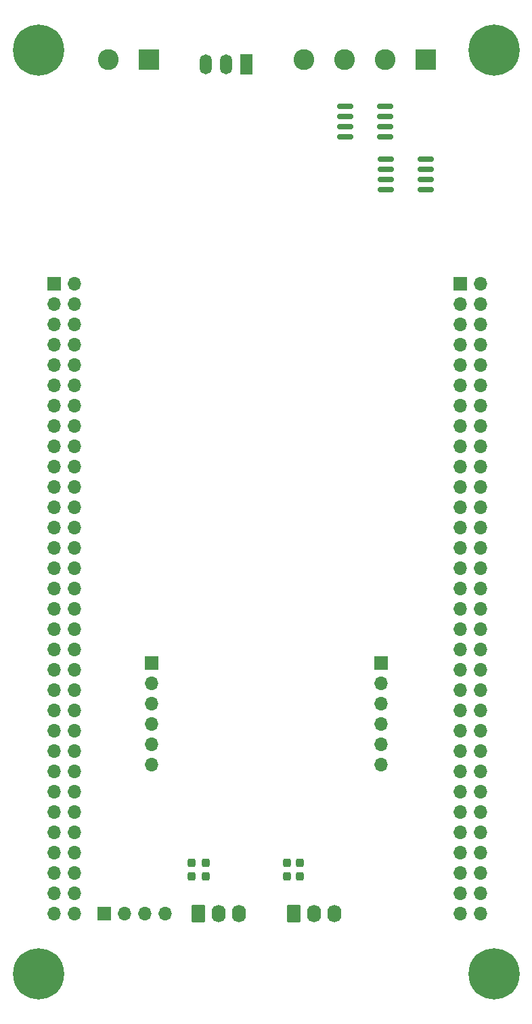
<source format=gbs>
G04 #@! TF.GenerationSoftware,KiCad,Pcbnew,(6.0.5)*
G04 #@! TF.CreationDate,2022-05-13T08:12:08+02:00*
G04 #@! TF.ProjectId,MEV_board,4d45565f-626f-4617-9264-2e6b69636164,rev?*
G04 #@! TF.SameCoordinates,Original*
G04 #@! TF.FileFunction,Soldermask,Bot*
G04 #@! TF.FilePolarity,Negative*
%FSLAX46Y46*%
G04 Gerber Fmt 4.6, Leading zero omitted, Abs format (unit mm)*
G04 Created by KiCad (PCBNEW (6.0.5)) date 2022-05-13 08:12:08*
%MOMM*%
%LPD*%
G01*
G04 APERTURE LIST*
G04 Aperture macros list*
%AMRoundRect*
0 Rectangle with rounded corners*
0 $1 Rounding radius*
0 $2 $3 $4 $5 $6 $7 $8 $9 X,Y pos of 4 corners*
0 Add a 4 corners polygon primitive as box body*
4,1,4,$2,$3,$4,$5,$6,$7,$8,$9,$2,$3,0*
0 Add four circle primitives for the rounded corners*
1,1,$1+$1,$2,$3*
1,1,$1+$1,$4,$5*
1,1,$1+$1,$6,$7*
1,1,$1+$1,$8,$9*
0 Add four rect primitives between the rounded corners*
20,1,$1+$1,$2,$3,$4,$5,0*
20,1,$1+$1,$4,$5,$6,$7,0*
20,1,$1+$1,$6,$7,$8,$9,0*
20,1,$1+$1,$8,$9,$2,$3,0*%
G04 Aperture macros list end*
%ADD10R,1.700000X1.700000*%
%ADD11O,1.700000X1.700000*%
%ADD12C,3.600000*%
%ADD13C,6.400000*%
%ADD14R,2.600000X2.600000*%
%ADD15C,2.600000*%
%ADD16RoundRect,0.150000X-0.825000X-0.150000X0.825000X-0.150000X0.825000X0.150000X-0.825000X0.150000X0*%
%ADD17R,1.500000X2.500000*%
%ADD18O,1.500000X2.500000*%
%ADD19RoundRect,0.237500X-0.237500X0.300000X-0.237500X-0.300000X0.237500X-0.300000X0.237500X0.300000X0*%
%ADD20RoundRect,0.237500X0.237500X-0.300000X0.237500X0.300000X-0.237500X0.300000X-0.237500X-0.300000X0*%
%ADD21RoundRect,0.250000X-0.620000X-0.845000X0.620000X-0.845000X0.620000X0.845000X-0.620000X0.845000X0*%
%ADD22O,1.740000X2.190000*%
G04 APERTURE END LIST*
D10*
X99990000Y-75220000D03*
D11*
X102530000Y-75220000D03*
X99990000Y-77760000D03*
X102530000Y-77760000D03*
X99990000Y-80300000D03*
X102530000Y-80300000D03*
X99990000Y-82840000D03*
X102530000Y-82840000D03*
X99990000Y-85380000D03*
X102530000Y-85380000D03*
X99990000Y-87920000D03*
X102530000Y-87920000D03*
X99990000Y-90460000D03*
X102530000Y-90460000D03*
X99990000Y-93000000D03*
X102530000Y-93000000D03*
X99990000Y-95540000D03*
X102530000Y-95540000D03*
X99990000Y-98080000D03*
X102530000Y-98080000D03*
X99990000Y-100620000D03*
X102530000Y-100620000D03*
X99990000Y-103160000D03*
X102530000Y-103160000D03*
X99990000Y-105700000D03*
X102530000Y-105700000D03*
X99990000Y-108240000D03*
X102530000Y-108240000D03*
X99990000Y-110780000D03*
X102530000Y-110780000D03*
X99990000Y-113320000D03*
X102530000Y-113320000D03*
X99990000Y-115860000D03*
X102530000Y-115860000D03*
X99990000Y-118400000D03*
X102530000Y-118400000D03*
X99990000Y-120940000D03*
X102530000Y-120940000D03*
X99990000Y-123480000D03*
X102530000Y-123480000D03*
X99990000Y-126020000D03*
X102530000Y-126020000D03*
X99990000Y-128560000D03*
X102530000Y-128560000D03*
X99990000Y-131100000D03*
X102530000Y-131100000D03*
X99990000Y-133640000D03*
X102530000Y-133640000D03*
X99990000Y-136180000D03*
X102530000Y-136180000D03*
X99990000Y-138720000D03*
X102530000Y-138720000D03*
X99990000Y-141260000D03*
X102530000Y-141260000D03*
X99990000Y-143800000D03*
X102530000Y-143800000D03*
X99990000Y-146340000D03*
X102530000Y-146340000D03*
X99990000Y-148880000D03*
X102530000Y-148880000D03*
X99990000Y-151420000D03*
X102530000Y-151420000D03*
X99990000Y-153960000D03*
X102530000Y-153960000D03*
D10*
X150800000Y-75220000D03*
D11*
X153340000Y-75220000D03*
X150800000Y-77760000D03*
X153340000Y-77760000D03*
X150800000Y-80300000D03*
X153340000Y-80300000D03*
X150800000Y-82840000D03*
X153340000Y-82840000D03*
X150800000Y-85380000D03*
X153340000Y-85380000D03*
X150800000Y-87920000D03*
X153340000Y-87920000D03*
X150800000Y-90460000D03*
X153340000Y-90460000D03*
X150800000Y-93000000D03*
X153340000Y-93000000D03*
X150800000Y-95540000D03*
X153340000Y-95540000D03*
X150800000Y-98080000D03*
X153340000Y-98080000D03*
X150800000Y-100620000D03*
X153340000Y-100620000D03*
X150800000Y-103160000D03*
X153340000Y-103160000D03*
X150800000Y-105700000D03*
X153340000Y-105700000D03*
X150800000Y-108240000D03*
X153340000Y-108240000D03*
X150800000Y-110780000D03*
X153340000Y-110780000D03*
X150800000Y-113320000D03*
X153340000Y-113320000D03*
X150800000Y-115860000D03*
X153340000Y-115860000D03*
X150800000Y-118400000D03*
X153340000Y-118400000D03*
X150800000Y-120940000D03*
X153340000Y-120940000D03*
X150800000Y-123480000D03*
X153340000Y-123480000D03*
X150800000Y-126020000D03*
X153340000Y-126020000D03*
X150800000Y-128560000D03*
X153340000Y-128560000D03*
X150800000Y-131100000D03*
X153340000Y-131100000D03*
X150800000Y-133640000D03*
X153340000Y-133640000D03*
X150800000Y-136180000D03*
X153340000Y-136180000D03*
X150800000Y-138720000D03*
X153340000Y-138720000D03*
X150800000Y-141260000D03*
X153340000Y-141260000D03*
X150800000Y-143800000D03*
X153340000Y-143800000D03*
X150800000Y-146340000D03*
X153340000Y-146340000D03*
X150800000Y-148880000D03*
X153340000Y-148880000D03*
X150800000Y-151420000D03*
X153340000Y-151420000D03*
X150800000Y-153960000D03*
X153340000Y-153960000D03*
D12*
X155000000Y-46000000D03*
D13*
X155000000Y-46000000D03*
D12*
X98000000Y-46000000D03*
D13*
X98000000Y-46000000D03*
X155000000Y-161500000D03*
D12*
X155000000Y-161500000D03*
X98000000Y-161500000D03*
D13*
X98000000Y-161500000D03*
D14*
X111823500Y-47200000D03*
D15*
X106743500Y-47200000D03*
D16*
X136406500Y-56807100D03*
X136406500Y-55537100D03*
X136406500Y-54267100D03*
X136406500Y-52997100D03*
X141356500Y-52997100D03*
X141356500Y-54267100D03*
X141356500Y-55537100D03*
X141356500Y-56807100D03*
X141486500Y-63461900D03*
X141486500Y-62191900D03*
X141486500Y-60921900D03*
X141486500Y-59651900D03*
X146436500Y-59651900D03*
X146436500Y-60921900D03*
X146436500Y-62191900D03*
X146436500Y-63461900D03*
D17*
X124000000Y-47800000D03*
D18*
X121460000Y-47800000D03*
X118920000Y-47800000D03*
D10*
X106222798Y-153974800D03*
D11*
X108762798Y-153974800D03*
X111302798Y-153974800D03*
X113842798Y-153974800D03*
D14*
X146500000Y-47200000D03*
D15*
X141420000Y-47200000D03*
X136340000Y-47200000D03*
X131260000Y-47200000D03*
D10*
X140906500Y-122618500D03*
D11*
X140906500Y-125158500D03*
X140906500Y-127698500D03*
X140906500Y-130238500D03*
X140906500Y-132778500D03*
X140906500Y-135318500D03*
D19*
X118941500Y-147600500D03*
X118941500Y-149325500D03*
X129135000Y-147600500D03*
X129135000Y-149325500D03*
D20*
X130746500Y-149325500D03*
X130746500Y-147600500D03*
D21*
X118046500Y-153974800D03*
D22*
X120586500Y-153974800D03*
X123126500Y-153974800D03*
D10*
X112204500Y-122618500D03*
D11*
X112204500Y-125158500D03*
X112204500Y-127698500D03*
X112204500Y-130238500D03*
X112204500Y-132778500D03*
X112204500Y-135318500D03*
D21*
X129984500Y-153974800D03*
D22*
X132524500Y-153974800D03*
X135064500Y-153974800D03*
D20*
X117157500Y-149325500D03*
X117157500Y-147600500D03*
M02*

</source>
